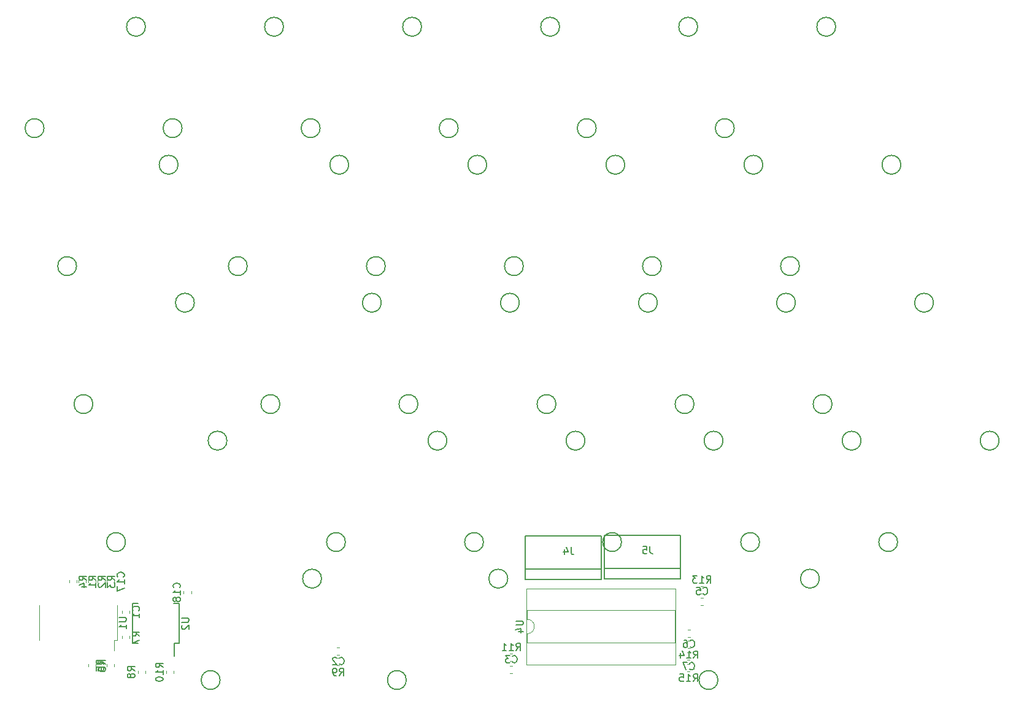
<source format=gbr>
G04 #@! TF.GenerationSoftware,KiCad,Pcbnew,(5.0.2)-1*
G04 #@! TF.CreationDate,2020-05-18T13:04:27+09:00*
G04 #@! TF.ProjectId,eckeyboard,65636b65-7962-46f6-9172-642e6b696361,rev?*
G04 #@! TF.SameCoordinates,Original*
G04 #@! TF.FileFunction,Legend,Bot*
G04 #@! TF.FilePolarity,Positive*
%FSLAX46Y46*%
G04 Gerber Fmt 4.6, Leading zero omitted, Abs format (unit mm)*
G04 Created by KiCad (PCBNEW (5.0.2)-1) date 2020/05/18 13:04:27*
%MOMM*%
%LPD*%
G01*
G04 APERTURE LIST*
%ADD10C,0.200000*%
%ADD11C,0.120000*%
%ADD12C,0.150000*%
G04 APERTURE END LIST*
D10*
G04 #@! TO.C,TP19*
X137300000Y-133200000D02*
G75*
G03X137300000Y-133200000I-1300000J0D01*
G01*
X151300000Y-119200000D02*
G75*
G03X151300000Y-119200000I-1300000J0D01*
G01*
G04 #@! TO.C,TP22*
X134000000Y-95100000D02*
G75*
G03X134000000Y-95100000I-1300000J0D01*
G01*
X148000000Y-81100000D02*
G75*
G03X148000000Y-81100000I-1300000J0D01*
G01*
G04 #@! TO.C,TP11*
X68600000Y-133200000D02*
G75*
G03X68600000Y-133200000I-1300000J0D01*
G01*
X82600000Y-119200000D02*
G75*
G03X82600000Y-119200000I-1300000J0D01*
G01*
G04 #@! TO.C,TP1*
X44300000Y-57000000D02*
G75*
G03X44300000Y-57000000I-1300000J0D01*
G01*
X58300000Y-43000000D02*
G75*
G03X58300000Y-43000000I-1300000J0D01*
G01*
G04 #@! TO.C,TP2*
X48800000Y-76050000D02*
G75*
G03X48800000Y-76050000I-1300000J0D01*
G01*
X62800000Y-62050000D02*
G75*
G03X62800000Y-62050000I-1300000J0D01*
G01*
G04 #@! TO.C,TP3*
X51050000Y-95100000D02*
G75*
G03X51050000Y-95100000I-1300000J0D01*
G01*
X65050000Y-81100000D02*
G75*
G03X65050000Y-81100000I-1300000J0D01*
G01*
G04 #@! TO.C,TP4*
X63350000Y-57000000D02*
G75*
G03X63350000Y-57000000I-1300000J0D01*
G01*
X77350000Y-43000000D02*
G75*
G03X77350000Y-43000000I-1300000J0D01*
G01*
G04 #@! TO.C,TP5*
X72350000Y-76050000D02*
G75*
G03X72350000Y-76050000I-1300000J0D01*
G01*
X86350000Y-62050000D02*
G75*
G03X86350000Y-62050000I-1300000J0D01*
G01*
G04 #@! TO.C,TP6*
X76850000Y-95100000D02*
G75*
G03X76850000Y-95100000I-1300000J0D01*
G01*
X90850000Y-81100000D02*
G75*
G03X90850000Y-81100000I-1300000J0D01*
G01*
G04 #@! TO.C,TP7*
X82400000Y-57000000D02*
G75*
G03X82400000Y-57000000I-1300000J0D01*
G01*
X96400000Y-43000000D02*
G75*
G03X96400000Y-43000000I-1300000J0D01*
G01*
G04 #@! TO.C,TP8*
X91400000Y-76050000D02*
G75*
G03X91400000Y-76050000I-1300000J0D01*
G01*
X105400000Y-62050000D02*
G75*
G03X105400000Y-62050000I-1300000J0D01*
G01*
G04 #@! TO.C,TP9*
X95900000Y-95100000D02*
G75*
G03X95900000Y-95100000I-1300000J0D01*
G01*
X109900000Y-81100000D02*
G75*
G03X109900000Y-81100000I-1300000J0D01*
G01*
G04 #@! TO.C,TP10*
X55550000Y-114150000D02*
G75*
G03X55550000Y-114150000I-1300000J0D01*
G01*
X69550000Y-100150000D02*
G75*
G03X69550000Y-100150000I-1300000J0D01*
G01*
G04 #@! TO.C,TP12*
X85900000Y-114150000D02*
G75*
G03X85900000Y-114150000I-1300000J0D01*
G01*
X99900000Y-100150000D02*
G75*
G03X99900000Y-100150000I-1300000J0D01*
G01*
G04 #@! TO.C,TP13*
X94300000Y-133200000D02*
G75*
G03X94300000Y-133200000I-1300000J0D01*
G01*
X108300000Y-119200000D02*
G75*
G03X108300000Y-119200000I-1300000J0D01*
G01*
G04 #@! TO.C,TP14*
X104950000Y-114150000D02*
G75*
G03X104950000Y-114150000I-1300000J0D01*
G01*
X118950000Y-100150000D02*
G75*
G03X118950000Y-100150000I-1300000J0D01*
G01*
G04 #@! TO.C,TP15*
X101450000Y-57000000D02*
G75*
G03X101450000Y-57000000I-1300000J0D01*
G01*
X115450000Y-43000000D02*
G75*
G03X115450000Y-43000000I-1300000J0D01*
G01*
G04 #@! TO.C,TP16*
X110450000Y-76050000D02*
G75*
G03X110450000Y-76050000I-1300000J0D01*
G01*
X124450000Y-62050000D02*
G75*
G03X124450000Y-62050000I-1300000J0D01*
G01*
G04 #@! TO.C,TP17*
X114950000Y-95100000D02*
G75*
G03X114950000Y-95100000I-1300000J0D01*
G01*
X128950000Y-81100000D02*
G75*
G03X128950000Y-81100000I-1300000J0D01*
G01*
G04 #@! TO.C,TP18*
X124000000Y-114150000D02*
G75*
G03X124000000Y-114150000I-1300000J0D01*
G01*
X138000000Y-100150000D02*
G75*
G03X138000000Y-100150000I-1300000J0D01*
G01*
G04 #@! TO.C,TP20*
X120500000Y-57000000D02*
G75*
G03X120500000Y-57000000I-1300000J0D01*
G01*
X134500000Y-43000000D02*
G75*
G03X134500000Y-43000000I-1300000J0D01*
G01*
G04 #@! TO.C,TP21*
X129500000Y-76050000D02*
G75*
G03X129500000Y-76050000I-1300000J0D01*
G01*
X143500000Y-62050000D02*
G75*
G03X143500000Y-62050000I-1300000J0D01*
G01*
G04 #@! TO.C,TP23*
X143050000Y-114150000D02*
G75*
G03X143050000Y-114150000I-1300000J0D01*
G01*
X157050000Y-100150000D02*
G75*
G03X157050000Y-100150000I-1300000J0D01*
G01*
G04 #@! TO.C,TP24*
X139550000Y-57000000D02*
G75*
G03X139550000Y-57000000I-1300000J0D01*
G01*
X153550000Y-43000000D02*
G75*
G03X153550000Y-43000000I-1300000J0D01*
G01*
G04 #@! TO.C,TP25*
X148550000Y-76050000D02*
G75*
G03X148550000Y-76050000I-1300000J0D01*
G01*
X162550000Y-62050000D02*
G75*
G03X162550000Y-62050000I-1300000J0D01*
G01*
G04 #@! TO.C,TP26*
X153050000Y-95100000D02*
G75*
G03X153050000Y-95100000I-1300000J0D01*
G01*
X167050000Y-81100000D02*
G75*
G03X167050000Y-81100000I-1300000J0D01*
G01*
G04 #@! TO.C,TP27*
X162100000Y-114150000D02*
G75*
G03X162100000Y-114150000I-1300000J0D01*
G01*
X176100000Y-100150000D02*
G75*
G03X176100000Y-100150000I-1300000J0D01*
G01*
D11*
G04 #@! TO.C,U1*
X54414677Y-127709650D02*
X54014677Y-127709650D01*
X54014677Y-127709650D02*
X54014677Y-129109650D01*
X54414677Y-127709650D02*
X54414677Y-122909650D01*
X43614677Y-127709650D02*
X43614677Y-122909650D01*
D12*
G04 #@! TO.C,U2*
X62939514Y-128142137D02*
X62284514Y-128142137D01*
X62939514Y-122642137D02*
X62189514Y-122642137D01*
X56529514Y-122642137D02*
X57279514Y-122642137D01*
X56529514Y-128142137D02*
X57279514Y-128142137D01*
X62939514Y-128142137D02*
X62939514Y-122642137D01*
X56529514Y-128142137D02*
X56529514Y-122642137D01*
X62284514Y-128142137D02*
X62284514Y-129892137D01*
D10*
G04 #@! TO.C,J4*
X121200000Y-119300000D02*
X121200000Y-117900000D01*
X110700000Y-119300000D02*
X121200000Y-119300000D01*
X110700000Y-117900000D02*
X110700000Y-119300000D01*
X121200000Y-113300000D02*
X121200000Y-117900000D01*
X110700000Y-113300000D02*
X121200000Y-113300000D01*
X110700000Y-117900000D02*
X110700000Y-113300000D01*
X121200000Y-117900000D02*
X110700000Y-117900000D01*
G04 #@! TO.C,J5*
X132100000Y-117800000D02*
X121600000Y-117800000D01*
X121600000Y-117800000D02*
X121600000Y-113200000D01*
X121600000Y-113200000D02*
X132100000Y-113200000D01*
X132100000Y-113200000D02*
X132100000Y-117800000D01*
X121600000Y-117800000D02*
X121600000Y-119200000D01*
X121600000Y-119200000D02*
X132100000Y-119200000D01*
X132100000Y-119200000D02*
X132100000Y-117800000D01*
D11*
G04 #@! TO.C,U4*
X110970000Y-126810000D02*
G75*
G03X110970000Y-124810000I0J1000000D01*
G01*
X110970000Y-124810000D02*
X110970000Y-123560000D01*
X110970000Y-123560000D02*
X131410000Y-123560000D01*
X131410000Y-123560000D02*
X131410000Y-128060000D01*
X131410000Y-128060000D02*
X110970000Y-128060000D01*
X110970000Y-128060000D02*
X110970000Y-126810000D01*
X110910000Y-120560000D02*
X131470000Y-120560000D01*
X131470000Y-120560000D02*
X131470000Y-131060000D01*
X131470000Y-131060000D02*
X110910000Y-131060000D01*
X110910000Y-131060000D02*
X110910000Y-120560000D01*
G04 #@! TO.C,C1*
X56110000Y-123971267D02*
X56110000Y-123628733D01*
X55090000Y-123971267D02*
X55090000Y-123628733D01*
G04 #@! TO.C,C2*
X84744144Y-128674589D02*
X85086678Y-128674589D01*
X84744144Y-129694589D02*
X85086678Y-129694589D01*
G04 #@! TO.C,C3*
X108971267Y-132310000D02*
X108628733Y-132310000D01*
X108971267Y-131290000D02*
X108628733Y-131290000D01*
G04 #@! TO.C,C5*
X135271267Y-121866083D02*
X134928733Y-121866083D01*
X135271267Y-122886083D02*
X134928733Y-122886083D01*
G04 #@! TO.C,C6*
X133128733Y-126290000D02*
X133471267Y-126290000D01*
X133128733Y-127310000D02*
X133471267Y-127310000D01*
G04 #@! TO.C,C7*
X133091136Y-130407549D02*
X133433670Y-130407549D01*
X133091136Y-129387549D02*
X133433670Y-129387549D01*
G04 #@! TO.C,C17*
X54010000Y-119771267D02*
X54010000Y-119428733D01*
X52990000Y-119771267D02*
X52990000Y-119428733D01*
G04 #@! TO.C,C18*
X63590000Y-120928733D02*
X63590000Y-121271267D01*
X64610000Y-120928733D02*
X64610000Y-121271267D01*
G04 #@! TO.C,R1*
X50110000Y-119771267D02*
X50110000Y-119428733D01*
X49090000Y-119771267D02*
X49090000Y-119428733D01*
G04 #@! TO.C,R2*
X50390000Y-119771267D02*
X50390000Y-119428733D01*
X51410000Y-119771267D02*
X51410000Y-119428733D01*
G04 #@! TO.C,R3*
X51690000Y-119771267D02*
X51690000Y-119428733D01*
X52710000Y-119771267D02*
X52710000Y-119428733D01*
G04 #@! TO.C,R4*
X48810000Y-119771267D02*
X48810000Y-119428733D01*
X47790000Y-119771267D02*
X47790000Y-119428733D01*
G04 #@! TO.C,R5*
X52990000Y-131028733D02*
X52990000Y-131371267D01*
X54010000Y-131028733D02*
X54010000Y-131371267D01*
G04 #@! TO.C,R6*
X50390000Y-131371267D02*
X50390000Y-131028733D01*
X51410000Y-131371267D02*
X51410000Y-131028733D01*
G04 #@! TO.C,R7*
X56110000Y-127471267D02*
X56110000Y-127128733D01*
X55090000Y-127471267D02*
X55090000Y-127128733D01*
G04 #@! TO.C,R8*
X58310000Y-131928733D02*
X58310000Y-132271267D01*
X57290000Y-131928733D02*
X57290000Y-132271267D01*
G04 #@! TO.C,R9*
X84744144Y-131194589D02*
X85086678Y-131194589D01*
X84744144Y-130174589D02*
X85086678Y-130174589D01*
G04 #@! TO.C,R10*
X61190000Y-131928733D02*
X61190000Y-132271267D01*
X62210000Y-131928733D02*
X62210000Y-132271267D01*
G04 #@! TO.C,R11*
X108971267Y-130610000D02*
X108628733Y-130610000D01*
X108971267Y-129590000D02*
X108628733Y-129590000D01*
G04 #@! TO.C,R13*
X135271267Y-121286083D02*
X134928733Y-121286083D01*
X135271267Y-120266083D02*
X134928733Y-120266083D01*
G04 #@! TO.C,R14*
X133128733Y-128810000D02*
X133471267Y-128810000D01*
X133128733Y-127790000D02*
X133471267Y-127790000D01*
G04 #@! TO.C,R15*
X133091136Y-130990000D02*
X133433670Y-130990000D01*
X133091136Y-132010000D02*
X133433670Y-132010000D01*
G04 #@! TO.C,U1*
D12*
X54667057Y-124547745D02*
X55476581Y-124547745D01*
X55571819Y-124595364D01*
X55619438Y-124642983D01*
X55667057Y-124738221D01*
X55667057Y-124928697D01*
X55619438Y-125023935D01*
X55571819Y-125071554D01*
X55476581Y-125119173D01*
X54667057Y-125119173D01*
X55667057Y-126119173D02*
X55667057Y-125547745D01*
X55667057Y-125833459D02*
X54667057Y-125833459D01*
X54809915Y-125738221D01*
X54905153Y-125642983D01*
X54952772Y-125547745D01*
G04 #@! TO.C,U2*
X63316894Y-124630232D02*
X64126418Y-124630232D01*
X64221656Y-124677851D01*
X64269275Y-124725470D01*
X64316894Y-124820708D01*
X64316894Y-125011184D01*
X64269275Y-125106422D01*
X64221656Y-125154041D01*
X64126418Y-125201660D01*
X63316894Y-125201660D01*
X63412133Y-125630232D02*
X63364514Y-125677851D01*
X63316894Y-125773089D01*
X63316894Y-126011184D01*
X63364514Y-126106422D01*
X63412133Y-126154041D01*
X63507371Y-126201660D01*
X63602609Y-126201660D01*
X63745466Y-126154041D01*
X64316894Y-125582613D01*
X64316894Y-126201660D01*
G04 #@! TO.C,J4*
X117033333Y-114852380D02*
X117033333Y-115566666D01*
X117080952Y-115709523D01*
X117176190Y-115804761D01*
X117319047Y-115852380D01*
X117414285Y-115852380D01*
X116128571Y-115185714D02*
X116128571Y-115852380D01*
X116366666Y-114804761D02*
X116604761Y-115519047D01*
X115985714Y-115519047D01*
G04 #@! TO.C,J5*
X127933333Y-114752380D02*
X127933333Y-115466666D01*
X127980952Y-115609523D01*
X128076190Y-115704761D01*
X128219047Y-115752380D01*
X128314285Y-115752380D01*
X126980952Y-114752380D02*
X127457142Y-114752380D01*
X127504761Y-115228571D01*
X127457142Y-115180952D01*
X127361904Y-115133333D01*
X127123809Y-115133333D01*
X127028571Y-115180952D01*
X126980952Y-115228571D01*
X126933333Y-115323809D01*
X126933333Y-115561904D01*
X126980952Y-115657142D01*
X127028571Y-115704761D01*
X127123809Y-115752380D01*
X127361904Y-115752380D01*
X127457142Y-115704761D01*
X127504761Y-115657142D01*
G04 #@! TO.C,U4*
X109422380Y-125048095D02*
X110231904Y-125048095D01*
X110327142Y-125095714D01*
X110374761Y-125143333D01*
X110422380Y-125238571D01*
X110422380Y-125429047D01*
X110374761Y-125524285D01*
X110327142Y-125571904D01*
X110231904Y-125619523D01*
X109422380Y-125619523D01*
X109755714Y-126524285D02*
X110422380Y-126524285D01*
X109374761Y-126286190D02*
X110089047Y-126048095D01*
X110089047Y-126667142D01*
G04 #@! TO.C,C1*
X57387142Y-123633333D02*
X57434761Y-123585714D01*
X57482380Y-123442857D01*
X57482380Y-123347619D01*
X57434761Y-123204761D01*
X57339523Y-123109523D01*
X57244285Y-123061904D01*
X57053809Y-123014285D01*
X56910952Y-123014285D01*
X56720476Y-123061904D01*
X56625238Y-123109523D01*
X56530000Y-123204761D01*
X56482380Y-123347619D01*
X56482380Y-123442857D01*
X56530000Y-123585714D01*
X56577619Y-123633333D01*
X57482380Y-124585714D02*
X57482380Y-124014285D01*
X57482380Y-124300000D02*
X56482380Y-124300000D01*
X56625238Y-124204761D01*
X56720476Y-124109523D01*
X56768095Y-124014285D01*
G04 #@! TO.C,C2*
X85082077Y-130971731D02*
X85129696Y-131019350D01*
X85272553Y-131066969D01*
X85367791Y-131066969D01*
X85510649Y-131019350D01*
X85605887Y-130924112D01*
X85653506Y-130828874D01*
X85701125Y-130638398D01*
X85701125Y-130495541D01*
X85653506Y-130305065D01*
X85605887Y-130209827D01*
X85510649Y-130114589D01*
X85367791Y-130066969D01*
X85272553Y-130066969D01*
X85129696Y-130114589D01*
X85082077Y-130162208D01*
X84701125Y-130162208D02*
X84653506Y-130114589D01*
X84558268Y-130066969D01*
X84320172Y-130066969D01*
X84224934Y-130114589D01*
X84177315Y-130162208D01*
X84129696Y-130257446D01*
X84129696Y-130352684D01*
X84177315Y-130495541D01*
X84748744Y-131066969D01*
X84129696Y-131066969D01*
G04 #@! TO.C,C3*
X108966666Y-130727142D02*
X109014285Y-130774761D01*
X109157142Y-130822380D01*
X109252380Y-130822380D01*
X109395238Y-130774761D01*
X109490476Y-130679523D01*
X109538095Y-130584285D01*
X109585714Y-130393809D01*
X109585714Y-130250952D01*
X109538095Y-130060476D01*
X109490476Y-129965238D01*
X109395238Y-129870000D01*
X109252380Y-129822380D01*
X109157142Y-129822380D01*
X109014285Y-129870000D01*
X108966666Y-129917619D01*
X108633333Y-129822380D02*
X108014285Y-129822380D01*
X108347619Y-130203333D01*
X108204761Y-130203333D01*
X108109523Y-130250952D01*
X108061904Y-130298571D01*
X108014285Y-130393809D01*
X108014285Y-130631904D01*
X108061904Y-130727142D01*
X108109523Y-130774761D01*
X108204761Y-130822380D01*
X108490476Y-130822380D01*
X108585714Y-130774761D01*
X108633333Y-130727142D01*
G04 #@! TO.C,C5*
X135266666Y-121303225D02*
X135314285Y-121350844D01*
X135457142Y-121398463D01*
X135552380Y-121398463D01*
X135695238Y-121350844D01*
X135790476Y-121255606D01*
X135838095Y-121160368D01*
X135885714Y-120969892D01*
X135885714Y-120827035D01*
X135838095Y-120636559D01*
X135790476Y-120541321D01*
X135695238Y-120446083D01*
X135552380Y-120398463D01*
X135457142Y-120398463D01*
X135314285Y-120446083D01*
X135266666Y-120493702D01*
X134361904Y-120398463D02*
X134838095Y-120398463D01*
X134885714Y-120874654D01*
X134838095Y-120827035D01*
X134742857Y-120779416D01*
X134504761Y-120779416D01*
X134409523Y-120827035D01*
X134361904Y-120874654D01*
X134314285Y-120969892D01*
X134314285Y-121207987D01*
X134361904Y-121303225D01*
X134409523Y-121350844D01*
X134504761Y-121398463D01*
X134742857Y-121398463D01*
X134838095Y-121350844D01*
X134885714Y-121303225D01*
G04 #@! TO.C,C6*
X133466666Y-128587142D02*
X133514285Y-128634761D01*
X133657142Y-128682380D01*
X133752380Y-128682380D01*
X133895238Y-128634761D01*
X133990476Y-128539523D01*
X134038095Y-128444285D01*
X134085714Y-128253809D01*
X134085714Y-128110952D01*
X134038095Y-127920476D01*
X133990476Y-127825238D01*
X133895238Y-127730000D01*
X133752380Y-127682380D01*
X133657142Y-127682380D01*
X133514285Y-127730000D01*
X133466666Y-127777619D01*
X132609523Y-127682380D02*
X132800000Y-127682380D01*
X132895238Y-127730000D01*
X132942857Y-127777619D01*
X133038095Y-127920476D01*
X133085714Y-128110952D01*
X133085714Y-128491904D01*
X133038095Y-128587142D01*
X132990476Y-128634761D01*
X132895238Y-128682380D01*
X132704761Y-128682380D01*
X132609523Y-128634761D01*
X132561904Y-128587142D01*
X132514285Y-128491904D01*
X132514285Y-128253809D01*
X132561904Y-128158571D01*
X132609523Y-128110952D01*
X132704761Y-128063333D01*
X132895238Y-128063333D01*
X132990476Y-128110952D01*
X133038095Y-128158571D01*
X133085714Y-128253809D01*
G04 #@! TO.C,C7*
X133429069Y-131684691D02*
X133476688Y-131732310D01*
X133619545Y-131779929D01*
X133714783Y-131779929D01*
X133857641Y-131732310D01*
X133952879Y-131637072D01*
X134000498Y-131541834D01*
X134048117Y-131351358D01*
X134048117Y-131208501D01*
X134000498Y-131018025D01*
X133952879Y-130922787D01*
X133857641Y-130827549D01*
X133714783Y-130779929D01*
X133619545Y-130779929D01*
X133476688Y-130827549D01*
X133429069Y-130875168D01*
X133095736Y-130779929D02*
X132429069Y-130779929D01*
X132857641Y-131779929D01*
G04 #@! TO.C,C17*
X55287142Y-118957142D02*
X55334761Y-118909523D01*
X55382380Y-118766666D01*
X55382380Y-118671428D01*
X55334761Y-118528571D01*
X55239523Y-118433333D01*
X55144285Y-118385714D01*
X54953809Y-118338095D01*
X54810952Y-118338095D01*
X54620476Y-118385714D01*
X54525238Y-118433333D01*
X54430000Y-118528571D01*
X54382380Y-118671428D01*
X54382380Y-118766666D01*
X54430000Y-118909523D01*
X54477619Y-118957142D01*
X55382380Y-119909523D02*
X55382380Y-119338095D01*
X55382380Y-119623809D02*
X54382380Y-119623809D01*
X54525238Y-119528571D01*
X54620476Y-119433333D01*
X54668095Y-119338095D01*
X54382380Y-120242857D02*
X54382380Y-120909523D01*
X55382380Y-120480952D01*
G04 #@! TO.C,C18*
X63027142Y-120457142D02*
X63074761Y-120409523D01*
X63122380Y-120266666D01*
X63122380Y-120171428D01*
X63074761Y-120028571D01*
X62979523Y-119933333D01*
X62884285Y-119885714D01*
X62693809Y-119838095D01*
X62550952Y-119838095D01*
X62360476Y-119885714D01*
X62265238Y-119933333D01*
X62170000Y-120028571D01*
X62122380Y-120171428D01*
X62122380Y-120266666D01*
X62170000Y-120409523D01*
X62217619Y-120457142D01*
X63122380Y-121409523D02*
X63122380Y-120838095D01*
X63122380Y-121123809D02*
X62122380Y-121123809D01*
X62265238Y-121028571D01*
X62360476Y-120933333D01*
X62408095Y-120838095D01*
X62550952Y-121980952D02*
X62503333Y-121885714D01*
X62455714Y-121838095D01*
X62360476Y-121790476D01*
X62312857Y-121790476D01*
X62217619Y-121838095D01*
X62170000Y-121885714D01*
X62122380Y-121980952D01*
X62122380Y-122171428D01*
X62170000Y-122266666D01*
X62217619Y-122314285D01*
X62312857Y-122361904D01*
X62360476Y-122361904D01*
X62455714Y-122314285D01*
X62503333Y-122266666D01*
X62550952Y-122171428D01*
X62550952Y-121980952D01*
X62598571Y-121885714D01*
X62646190Y-121838095D01*
X62741428Y-121790476D01*
X62931904Y-121790476D01*
X63027142Y-121838095D01*
X63074761Y-121885714D01*
X63122380Y-121980952D01*
X63122380Y-122171428D01*
X63074761Y-122266666D01*
X63027142Y-122314285D01*
X62931904Y-122361904D01*
X62741428Y-122361904D01*
X62646190Y-122314285D01*
X62598571Y-122266666D01*
X62550952Y-122171428D01*
G04 #@! TO.C,R1*
X51482380Y-119433333D02*
X51006190Y-119100000D01*
X51482380Y-118861904D02*
X50482380Y-118861904D01*
X50482380Y-119242857D01*
X50530000Y-119338095D01*
X50577619Y-119385714D01*
X50672857Y-119433333D01*
X50815714Y-119433333D01*
X50910952Y-119385714D01*
X50958571Y-119338095D01*
X51006190Y-119242857D01*
X51006190Y-118861904D01*
X51482380Y-120385714D02*
X51482380Y-119814285D01*
X51482380Y-120100000D02*
X50482380Y-120100000D01*
X50625238Y-120004761D01*
X50720476Y-119909523D01*
X50768095Y-119814285D01*
G04 #@! TO.C,R2*
X52782380Y-119433333D02*
X52306190Y-119100000D01*
X52782380Y-118861904D02*
X51782380Y-118861904D01*
X51782380Y-119242857D01*
X51830000Y-119338095D01*
X51877619Y-119385714D01*
X51972857Y-119433333D01*
X52115714Y-119433333D01*
X52210952Y-119385714D01*
X52258571Y-119338095D01*
X52306190Y-119242857D01*
X52306190Y-118861904D01*
X51877619Y-119814285D02*
X51830000Y-119861904D01*
X51782380Y-119957142D01*
X51782380Y-120195238D01*
X51830000Y-120290476D01*
X51877619Y-120338095D01*
X51972857Y-120385714D01*
X52068095Y-120385714D01*
X52210952Y-120338095D01*
X52782380Y-119766666D01*
X52782380Y-120385714D01*
G04 #@! TO.C,R3*
X54082380Y-119433333D02*
X53606190Y-119100000D01*
X54082380Y-118861904D02*
X53082380Y-118861904D01*
X53082380Y-119242857D01*
X53130000Y-119338095D01*
X53177619Y-119385714D01*
X53272857Y-119433333D01*
X53415714Y-119433333D01*
X53510952Y-119385714D01*
X53558571Y-119338095D01*
X53606190Y-119242857D01*
X53606190Y-118861904D01*
X53082380Y-119766666D02*
X53082380Y-120385714D01*
X53463333Y-120052380D01*
X53463333Y-120195238D01*
X53510952Y-120290476D01*
X53558571Y-120338095D01*
X53653809Y-120385714D01*
X53891904Y-120385714D01*
X53987142Y-120338095D01*
X54034761Y-120290476D01*
X54082380Y-120195238D01*
X54082380Y-119909523D01*
X54034761Y-119814285D01*
X53987142Y-119766666D01*
G04 #@! TO.C,R4*
X50182380Y-119433333D02*
X49706190Y-119100000D01*
X50182380Y-118861904D02*
X49182380Y-118861904D01*
X49182380Y-119242857D01*
X49230000Y-119338095D01*
X49277619Y-119385714D01*
X49372857Y-119433333D01*
X49515714Y-119433333D01*
X49610952Y-119385714D01*
X49658571Y-119338095D01*
X49706190Y-119242857D01*
X49706190Y-118861904D01*
X49515714Y-120290476D02*
X50182380Y-120290476D01*
X49134761Y-120052380D02*
X49849047Y-119814285D01*
X49849047Y-120433333D01*
G04 #@! TO.C,R5*
X52522380Y-131033333D02*
X52046190Y-130700000D01*
X52522380Y-130461904D02*
X51522380Y-130461904D01*
X51522380Y-130842857D01*
X51570000Y-130938095D01*
X51617619Y-130985714D01*
X51712857Y-131033333D01*
X51855714Y-131033333D01*
X51950952Y-130985714D01*
X51998571Y-130938095D01*
X52046190Y-130842857D01*
X52046190Y-130461904D01*
X51522380Y-131938095D02*
X51522380Y-131461904D01*
X51998571Y-131414285D01*
X51950952Y-131461904D01*
X51903333Y-131557142D01*
X51903333Y-131795238D01*
X51950952Y-131890476D01*
X51998571Y-131938095D01*
X52093809Y-131985714D01*
X52331904Y-131985714D01*
X52427142Y-131938095D01*
X52474761Y-131890476D01*
X52522380Y-131795238D01*
X52522380Y-131557142D01*
X52474761Y-131461904D01*
X52427142Y-131414285D01*
G04 #@! TO.C,R6*
X52782380Y-131033333D02*
X52306190Y-130700000D01*
X52782380Y-130461904D02*
X51782380Y-130461904D01*
X51782380Y-130842857D01*
X51830000Y-130938095D01*
X51877619Y-130985714D01*
X51972857Y-131033333D01*
X52115714Y-131033333D01*
X52210952Y-130985714D01*
X52258571Y-130938095D01*
X52306190Y-130842857D01*
X52306190Y-130461904D01*
X51782380Y-131890476D02*
X51782380Y-131700000D01*
X51830000Y-131604761D01*
X51877619Y-131557142D01*
X52020476Y-131461904D01*
X52210952Y-131414285D01*
X52591904Y-131414285D01*
X52687142Y-131461904D01*
X52734761Y-131509523D01*
X52782380Y-131604761D01*
X52782380Y-131795238D01*
X52734761Y-131890476D01*
X52687142Y-131938095D01*
X52591904Y-131985714D01*
X52353809Y-131985714D01*
X52258571Y-131938095D01*
X52210952Y-131890476D01*
X52163333Y-131795238D01*
X52163333Y-131604761D01*
X52210952Y-131509523D01*
X52258571Y-131461904D01*
X52353809Y-131414285D01*
G04 #@! TO.C,R7*
X57482380Y-127133333D02*
X57006190Y-126800000D01*
X57482380Y-126561904D02*
X56482380Y-126561904D01*
X56482380Y-126942857D01*
X56530000Y-127038095D01*
X56577619Y-127085714D01*
X56672857Y-127133333D01*
X56815714Y-127133333D01*
X56910952Y-127085714D01*
X56958571Y-127038095D01*
X57006190Y-126942857D01*
X57006190Y-126561904D01*
X56482380Y-127466666D02*
X56482380Y-128133333D01*
X57482380Y-127704761D01*
G04 #@! TO.C,R8*
X56822380Y-131933333D02*
X56346190Y-131600000D01*
X56822380Y-131361904D02*
X55822380Y-131361904D01*
X55822380Y-131742857D01*
X55870000Y-131838095D01*
X55917619Y-131885714D01*
X56012857Y-131933333D01*
X56155714Y-131933333D01*
X56250952Y-131885714D01*
X56298571Y-131838095D01*
X56346190Y-131742857D01*
X56346190Y-131361904D01*
X56250952Y-132504761D02*
X56203333Y-132409523D01*
X56155714Y-132361904D01*
X56060476Y-132314285D01*
X56012857Y-132314285D01*
X55917619Y-132361904D01*
X55870000Y-132409523D01*
X55822380Y-132504761D01*
X55822380Y-132695238D01*
X55870000Y-132790476D01*
X55917619Y-132838095D01*
X56012857Y-132885714D01*
X56060476Y-132885714D01*
X56155714Y-132838095D01*
X56203333Y-132790476D01*
X56250952Y-132695238D01*
X56250952Y-132504761D01*
X56298571Y-132409523D01*
X56346190Y-132361904D01*
X56441428Y-132314285D01*
X56631904Y-132314285D01*
X56727142Y-132361904D01*
X56774761Y-132409523D01*
X56822380Y-132504761D01*
X56822380Y-132695238D01*
X56774761Y-132790476D01*
X56727142Y-132838095D01*
X56631904Y-132885714D01*
X56441428Y-132885714D01*
X56346190Y-132838095D01*
X56298571Y-132790476D01*
X56250952Y-132695238D01*
G04 #@! TO.C,R9*
X85082077Y-132566969D02*
X85415411Y-132090779D01*
X85653506Y-132566969D02*
X85653506Y-131566969D01*
X85272553Y-131566969D01*
X85177315Y-131614589D01*
X85129696Y-131662208D01*
X85082077Y-131757446D01*
X85082077Y-131900303D01*
X85129696Y-131995541D01*
X85177315Y-132043160D01*
X85272553Y-132090779D01*
X85653506Y-132090779D01*
X84605887Y-132566969D02*
X84415411Y-132566969D01*
X84320172Y-132519350D01*
X84272553Y-132471731D01*
X84177315Y-132328874D01*
X84129696Y-132138398D01*
X84129696Y-131757446D01*
X84177315Y-131662208D01*
X84224934Y-131614589D01*
X84320172Y-131566969D01*
X84510649Y-131566969D01*
X84605887Y-131614589D01*
X84653506Y-131662208D01*
X84701125Y-131757446D01*
X84701125Y-131995541D01*
X84653506Y-132090779D01*
X84605887Y-132138398D01*
X84510649Y-132186017D01*
X84320172Y-132186017D01*
X84224934Y-132138398D01*
X84177315Y-132090779D01*
X84129696Y-131995541D01*
G04 #@! TO.C,R10*
X60722380Y-131457142D02*
X60246190Y-131123809D01*
X60722380Y-130885714D02*
X59722380Y-130885714D01*
X59722380Y-131266666D01*
X59770000Y-131361904D01*
X59817619Y-131409523D01*
X59912857Y-131457142D01*
X60055714Y-131457142D01*
X60150952Y-131409523D01*
X60198571Y-131361904D01*
X60246190Y-131266666D01*
X60246190Y-130885714D01*
X60722380Y-132409523D02*
X60722380Y-131838095D01*
X60722380Y-132123809D02*
X59722380Y-132123809D01*
X59865238Y-132028571D01*
X59960476Y-131933333D01*
X60008095Y-131838095D01*
X59722380Y-133028571D02*
X59722380Y-133123809D01*
X59770000Y-133219047D01*
X59817619Y-133266666D01*
X59912857Y-133314285D01*
X60103333Y-133361904D01*
X60341428Y-133361904D01*
X60531904Y-133314285D01*
X60627142Y-133266666D01*
X60674761Y-133219047D01*
X60722380Y-133123809D01*
X60722380Y-133028571D01*
X60674761Y-132933333D01*
X60627142Y-132885714D01*
X60531904Y-132838095D01*
X60341428Y-132790476D01*
X60103333Y-132790476D01*
X59912857Y-132838095D01*
X59817619Y-132885714D01*
X59770000Y-132933333D01*
X59722380Y-133028571D01*
G04 #@! TO.C,R11*
X109442857Y-129122380D02*
X109776190Y-128646190D01*
X110014285Y-129122380D02*
X110014285Y-128122380D01*
X109633333Y-128122380D01*
X109538095Y-128170000D01*
X109490476Y-128217619D01*
X109442857Y-128312857D01*
X109442857Y-128455714D01*
X109490476Y-128550952D01*
X109538095Y-128598571D01*
X109633333Y-128646190D01*
X110014285Y-128646190D01*
X108490476Y-129122380D02*
X109061904Y-129122380D01*
X108776190Y-129122380D02*
X108776190Y-128122380D01*
X108871428Y-128265238D01*
X108966666Y-128360476D01*
X109061904Y-128408095D01*
X107538095Y-129122380D02*
X108109523Y-129122380D01*
X107823809Y-129122380D02*
X107823809Y-128122380D01*
X107919047Y-128265238D01*
X108014285Y-128360476D01*
X108109523Y-128408095D01*
G04 #@! TO.C,R13*
X135742857Y-119798463D02*
X136076190Y-119322273D01*
X136314285Y-119798463D02*
X136314285Y-118798463D01*
X135933333Y-118798463D01*
X135838095Y-118846083D01*
X135790476Y-118893702D01*
X135742857Y-118988940D01*
X135742857Y-119131797D01*
X135790476Y-119227035D01*
X135838095Y-119274654D01*
X135933333Y-119322273D01*
X136314285Y-119322273D01*
X134790476Y-119798463D02*
X135361904Y-119798463D01*
X135076190Y-119798463D02*
X135076190Y-118798463D01*
X135171428Y-118941321D01*
X135266666Y-119036559D01*
X135361904Y-119084178D01*
X134457142Y-118798463D02*
X133838095Y-118798463D01*
X134171428Y-119179416D01*
X134028571Y-119179416D01*
X133933333Y-119227035D01*
X133885714Y-119274654D01*
X133838095Y-119369892D01*
X133838095Y-119607987D01*
X133885714Y-119703225D01*
X133933333Y-119750844D01*
X134028571Y-119798463D01*
X134314285Y-119798463D01*
X134409523Y-119750844D01*
X134457142Y-119703225D01*
G04 #@! TO.C,R14*
X133942857Y-130182380D02*
X134276190Y-129706190D01*
X134514285Y-130182380D02*
X134514285Y-129182380D01*
X134133333Y-129182380D01*
X134038095Y-129230000D01*
X133990476Y-129277619D01*
X133942857Y-129372857D01*
X133942857Y-129515714D01*
X133990476Y-129610952D01*
X134038095Y-129658571D01*
X134133333Y-129706190D01*
X134514285Y-129706190D01*
X132990476Y-130182380D02*
X133561904Y-130182380D01*
X133276190Y-130182380D02*
X133276190Y-129182380D01*
X133371428Y-129325238D01*
X133466666Y-129420476D01*
X133561904Y-129468095D01*
X132133333Y-129515714D02*
X132133333Y-130182380D01*
X132371428Y-129134761D02*
X132609523Y-129849047D01*
X131990476Y-129849047D01*
G04 #@! TO.C,R15*
X133905260Y-133382380D02*
X134238593Y-132906190D01*
X134476688Y-133382380D02*
X134476688Y-132382380D01*
X134095736Y-132382380D01*
X134000498Y-132430000D01*
X133952879Y-132477619D01*
X133905260Y-132572857D01*
X133905260Y-132715714D01*
X133952879Y-132810952D01*
X134000498Y-132858571D01*
X134095736Y-132906190D01*
X134476688Y-132906190D01*
X132952879Y-133382380D02*
X133524307Y-133382380D01*
X133238593Y-133382380D02*
X133238593Y-132382380D01*
X133333831Y-132525238D01*
X133429069Y-132620476D01*
X133524307Y-132668095D01*
X132048117Y-132382380D02*
X132524307Y-132382380D01*
X132571926Y-132858571D01*
X132524307Y-132810952D01*
X132429069Y-132763333D01*
X132190974Y-132763333D01*
X132095736Y-132810952D01*
X132048117Y-132858571D01*
X132000498Y-132953809D01*
X132000498Y-133191904D01*
X132048117Y-133287142D01*
X132095736Y-133334761D01*
X132190974Y-133382380D01*
X132429069Y-133382380D01*
X132524307Y-133334761D01*
X132571926Y-133287142D01*
G04 #@! TD*
M02*

</source>
